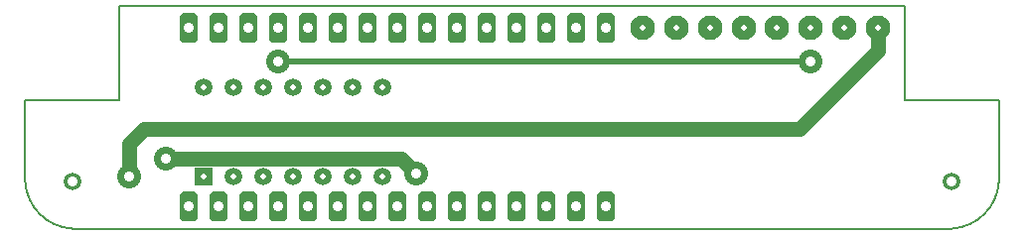
<source format=gbr>
G04 DipTrace 3.0.0.2*
G04 B.gbr*
%MOIN*%
G04 #@! TF.FileFunction,Copper,L2,Bot*
G04 #@! TF.Part,Single*
%AMOUTLINE0*
4,1,8,
-0.03,0.04,
-0.03,-0.04,
-0.02,-0.05,
0.02,-0.05,
0.03,-0.04,
0.03,0.04,
0.02,0.05,
-0.02,0.05,
-0.03,0.04,
0*%
%ADD11C,0.005512*%
%ADD16C,0.02*%
%ADD29C,0.035*%
%ADD31C,0.019685*%
%ADD32C,0.035433*%
G04 #@! TA.AperFunction,Conductor*
%ADD14C,0.05*%
G04 #@! TA.AperFunction,ComponentPad*
%ADD22C,0.082677*%
%ADD24R,0.059X0.059*%
%ADD25C,0.059*%
%ADD27C,0.059055*%
G04 #@! TA.AperFunction,ViaPad*
%ADD28C,0.08X0.035*%
G04 #@! TA.AperFunction,ComponentPad*
%ADD52OUTLINE0*%
%FSLAX26Y26*%
G04*
G70*
G90*
G75*
G01*
G04 Bottom*
%LPD*%
X387992Y213189D2*
D14*
Y325689D1*
X437992Y375689D1*
X2637992D1*
X2900492Y638189D1*
Y713189D1*
X1350492Y225689D2*
X1300492Y275689D1*
X512992D1*
X887992Y600689D2*
D16*
X2675492D1*
D28*
X387992Y213189D3*
X1350492Y225689D3*
X512992Y275689D3*
X887992Y600689D3*
X2675492D3*
D22*
X2112992Y713189D3*
X2225492D3*
X2337992D3*
X2450492D3*
X2562992D3*
X2675492D3*
X2787992D3*
X2900492D3*
D52*
X587992D3*
X687992D3*
X787992D3*
X887992D3*
X987992D3*
X1087992D3*
X1187992D3*
X1287992D3*
X1387992D3*
X1487992D3*
X1587992D3*
X1687992D3*
X1787992D3*
X1887992D3*
X1987992D3*
Y113189D3*
X1887992D3*
X1787992D3*
X1687992D3*
X1587992D3*
X1487992D3*
X1387992D3*
X1287992D3*
X1187992D3*
X1087992D3*
X987992D3*
X887992D3*
X787992D3*
X687992D3*
X587992D3*
D24*
X637992Y213189D3*
D25*
X737992D3*
X837992D3*
X937992D3*
X1037992D3*
X1137992D3*
X1237992D3*
Y513189D3*
X1137992D3*
X1037992D3*
X937992D3*
X837992D3*
X737992D3*
X637992D3*
D27*
X196850Y196850D3*
X3149606D3*
G04 Bottom Clear*
%LPC*%
D29*
X387992Y213189D3*
X1350492Y225689D3*
X512992Y275689D3*
X887992Y600689D3*
X2675492D3*
D31*
X2112992Y713189D3*
X2225492D3*
X2337992D3*
X2450492D3*
X2562992D3*
X2675492D3*
X2787992D3*
X2900492D3*
D32*
X587992D3*
X687992D3*
X787992D3*
X887992D3*
X987992D3*
X1087992D3*
X1187992D3*
X1287992D3*
X1387992D3*
X1487992D3*
X1587992D3*
X1687992D3*
X1787992D3*
X1887992D3*
X1987992D3*
Y113189D3*
X1887992D3*
X1787992D3*
X1687992D3*
X1587992D3*
X1487992D3*
X1387992D3*
X1287992D3*
X1187992D3*
X1087992D3*
X987992D3*
X887992D3*
X787992D3*
X687992D3*
X587992D3*
D16*
X637992Y213189D3*
X737992D3*
X837992D3*
X937992D3*
X1037992D3*
X1137992D3*
X1237992D3*
Y513189D3*
X1137992D3*
X1037992D3*
X937992D3*
X837992D3*
X737992D3*
X637992D3*
D32*
X196850Y196850D3*
X3149606D3*
G04 BoardOutline*
%LPD*%
X354331Y472441D2*
D11*
Y787402D1*
X2992126D1*
Y472441D1*
X3307087D1*
Y196850D1*
G02X3149606Y39370I-167323J9843D01*
G01*
X196850D1*
G02X39370Y196850I9843J167323D01*
G01*
Y472441D1*
X354331D1*
M02*

</source>
